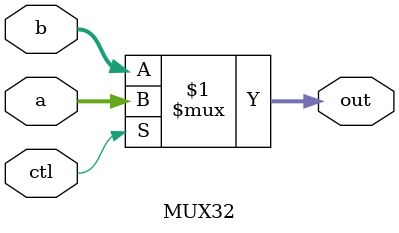
<source format=v>
module MUX32 (
    input [31:0] a,
    input [31:0] b,
    input ctl,
    output [31:0] out
);
    assign out = ctl ? a : b;

endmodule
</source>
